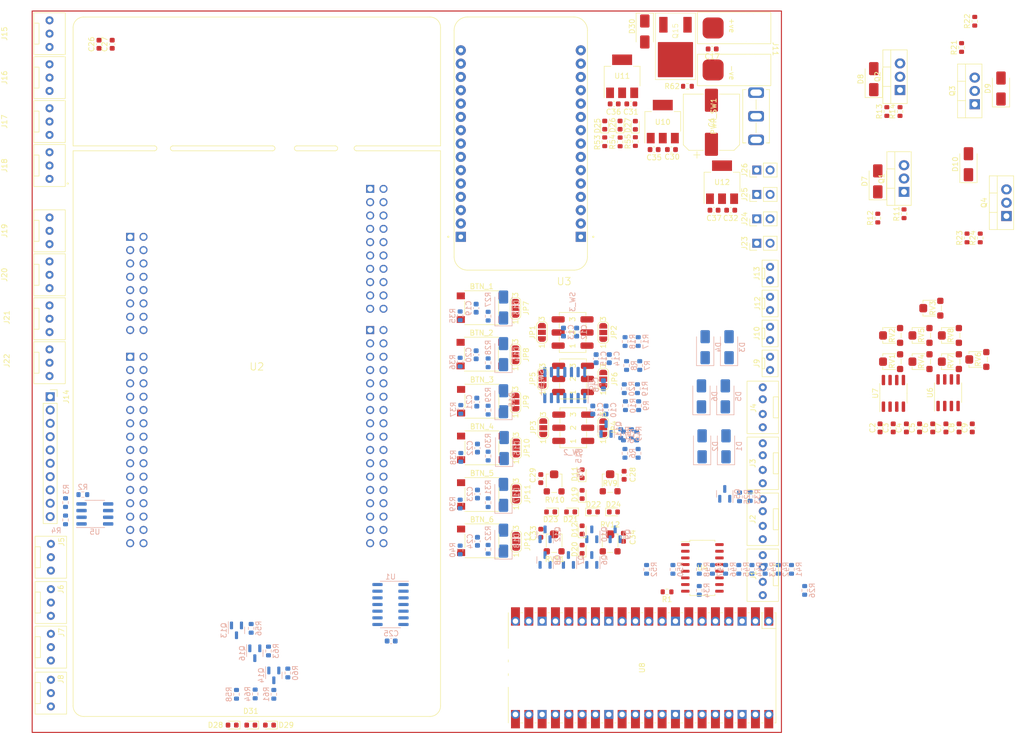
<source format=kicad_pcb>
(kicad_pcb (version 20221018) (generator pcbnew)
  (layers (0 "F.Cu" signal) (31 "B.Cu" signal) (34 "B.Paste" user) (35 "F.Paste" user) (36 "B.SilkS" user "B.Silkscreen") (37 "F.SilkS" user "F.Silkscreen") (38 "B.Mask" user) (39 "F.Mask" user) (44 "Edge.Cuts" user))
  (net 0 "")
  (net 1 "Earth")
  (net 2 "Net-(BTN_1-B)")
  (net 3 "Net-(BTN_2-B)")
  (net 4 "Net-(BTN_3-B)")
  (net 5 "Net-(BTN_4-B)")
  (net 6 "Net-(BTN_5-B)")
  (net 7 "Net-(BTN_6-B)")
  (net 8 "BATT_4_IN")
  (net 9 "BATT_3_IN")
  (net 10 "BATT_2_IN")
  (net 11 "BATT_1_IN")
  (net 12 "+12V")
  (net 13 "SW_2_UP_SB")
  (net 14 "SW_2_DOWN_SB")
  (net 15 "SW_3_UP_SB")
  (net 16 "SW_3_DOWN_SB")
  (net 17 "SW_1_UP_SB")
  (net 18 "SW_1_DOWN_SB")
  (net 19 "12V_INPUT")
  (net 20 "+3V3")
  (net 21 "BTN_1_SB")
  (net 22 "BTN_2_SB")
  (net 23 "BTN_3_SB")
  (net 24 "BTN_4_SB")
  (net 25 "BTN_5_SB")
  (net 26 "BTN_6_SB")
  (net 27 "VESC_IN")
  (net 28 "VIN")
  (net 29 "+5V")
  (net 30 "Net-(D1-A)")
  (net 31 "Net-(D2-A)")
  (net 32 "Net-(D3-A)")
  (net 33 "Net-(D4-A)")
  (net 34 "Net-(D5-A)")
  (net 35 "Net-(D6-A)")
  (net 36 "Net-(D7-A)")
  (net 37 "Net-(D8-A)")
  (net 38 "Net-(D9-A)")
  (net 39 "Net-(D10-A)")
  (net 40 "Net-(D11-K)")
  (net 41 "Net-(D12-K)")
  (net 42 "Net-(D19-K)")
  (net 43 "Net-(D20-K)")
  (net 44 "Net-(D21-K)")
  (net 45 "Net-(D22-K)")
  (net 46 "Net-(D23-K)")
  (net 47 "Net-(D24-K)")
  (net 48 "Net-(D25-K)")
  (net 49 "Net-(D26-K)")
  (net 50 "Net-(D27-K)")
  (net 51 "Net-(D28-K)")
  (net 52 "Net-(D29-K)")
  (net 53 "Net-(D30-K)")
  (net 54 "Net-(D30-A)")
  (net 55 "Net-(D31-K)")
  (net 56 "MOSI_1")
  (net 57 "MISO_1")
  (net 58 "CLK_1")
  (net 59 "MOSI_2")
  (net 60 "MISO_2")
  (net 61 "CLK_2")
  (net 62 "CON_CONNECTION")
  (net 63 "Net-(Q1-B)")
  (net 64 "Net-(Q2-B)")
  (net 65 "Net-(Q3-B)")
  (net 66 "Net-(Q4-B)")
  (net 67 "Net-(Q5-B)")
  (net 68 "Net-(Q5-C)")
  (net 69 "Net-(Q6-B)")
  (net 70 "Net-(Q6-C)")
  (net 71 "Net-(Q7-B)")
  (net 72 "Net-(Q7-C)")
  (net 73 "Net-(Q8-B)")
  (net 74 "Net-(Q8-C)")
  (net 75 "Net-(Q9-B)")
  (net 76 "Net-(Q9-C)")
  (net 77 "Net-(Q10-B)")
  (net 78 "Net-(Q10-C)")
  (net 79 "Net-(Q11-B)")
  (net 80 "Net-(Q11-C)")
  (net 81 "Net-(Q12-B)")
  (net 82 "Net-(Q12-C)")
  (net 83 "Net-(Q13-B)")
  (net 84 "Net-(Q13-C)")
  (net 85 "Net-(Q14-B)")
  (net 86 "Net-(Q14-C)")
  (net 87 "Net-(Q16-B)")
  (net 88 "Net-(Q16-C)")
  (net 89 "PICO_INH")
  (net 90 "Net-(U5A--)")
  (net 91 "SOL_1")
  (net 92 "SOL_2")
  (net 93 "SOL_3")
  (net 94 "SOL_4")
  (net 95 "SENS_1")
  (net 96 "SENS_5")
  (net 97 "SENS_2")
  (net 98 "SENS_6")
  (net 99 "SENS_3")
  (net 100 "SENS_7")
  (net 101 "SENS_4")
  (net 102 "SENS_8")
  (net 103 "DEBUG_1")
  (net 104 "RESET")
  (net 105 "DEBUG_2")
  (net 106 "DEBUG_3")
  (net 107 "BTN_1")
  (net 108 "BTN_2")
  (net 109 "BTN_3")
  (net 110 "BTN_4")
  (net 111 "BTN_5")
  (net 112 "BTN_6")
  (net 113 "LOW_VOLT_3")
  (net 114 "Net-(U6A--)")
  (net 115 "Net-(U6A-+)")
  (net 116 "Net-(U6B-+)")
  (net 117 "Net-(U6B--)")
  (net 118 "LOW_VOLT_4")
  (net 119 "LOW_VOLT_1")
  (net 120 "Net-(U7A--)")
  (net 121 "Net-(U7A-+)")
  (net 122 "Net-(U7B-+)")
  (net 123 "Net-(U7B--)")
  (net 124 "LOW_VOLT_2")
  (net 125 "TRIM_POT_1")
  (net 126 "TRIM_POT_3")
  (net 127 "TRIM_POT_2")
  (net 128 "TRIM_POT_4")
  (net 129 "/Y0")
  (net 130 "/X0")
  (net 131 "/Y1")
  (net 132 "/X1")
  (net 133 "/Y2")
  (net 134 "/X2")
  (net 135 "/Y3")
  (net 136 "/X3")
  (net 137 "RELAY_1")
  (net 138 "RELAY_2")
  (net 139 "RELAY_3")
  (net 140 "RELAY_4")
  (net 141 "VESC_1")
  (net 142 "VESC_2")
  (net 143 "VESC_3")
  (net 144 "VESC_4")
  (net 145 "S500_1")
  (net 146 "S500_2")
  (net 147 "S500_3")
  (net 148 "S500_4")
  (net 150 "PICO_TX")
  (net 151 "/Y4")
  (net 152 "UART_EN_B")
  (net 153 "UART_EN_A")
  (net 154 "PICO_RX")
  (net 155 "CON_INPUT")
  (net 162 "I2C_PICO_SDA")
  (net 163 "I2C_PICO_SCl")
  (net 185 "SW_1_UP")
  (net 186 "SW_1_DOWN")
  (net 187 "SW_2_UP")
  (net 188 "SW_2_DOWN")
  (net 189 "SW_3_UP")
  (net 190 "SW_3_DOWN")
  (net 203 "I2C_ESP_SCl")
  (net 205 "I2C_ESP_SDA")
  (net 218 "VESC_IN_5V")
  (footprint "Jumper:SolderJumper-3_P1.3mm_Open_RoundedPad1.0x1.5mm_NumberLabels" (layer "F.Cu") (at 132.715 84.976 90)
    (fp_text reference "JP8")
    (fp_text value "SolderJumper_3_Open")
  )
  (footprint "Jumper:SolderJumper-3_P1.3mm_Open_RoundedPad1.0x1.5mm_NumberLabels" (layer "F.Cu") (at 149.44 89.615 90)
    (fp_text reference "JP6")
    (fp_text value "JP")
  )
  (footprint "Capacitor_SMD:C_0603_1608Metric" (layer "F.Cu") (at 159.131 45.847)
    (fp_text reference "C35")
    (fp_text value "100nF")
  )
  (footprint "Connector_PinHeader_2.54mm:PinHeader_1x02_P2.54mm_Vertical" (layer "F.Cu") (at 178.689 59.055 90)
    (fp_text reference "J24")
    (fp_text value "LEDS")
  )
  (footprint "Button_Switch_SMD:SW_Push_1P1T_NO_6x6mm_H9.5mm" (layer "F.Cu") (at 126.327 93.83)
    (fp_text reference "BTN_3")
    (fp_text value "SW_SPST")
  )
  (footprint "My_library:Conn_01x03_MOLEX" (layer "F.Cu") (at 43.942 78.105 90)
    (fp_text reference "J21")
    (fp_text value "S500_3")
  )
  (footprint "My_library:Conn_01x03_MOLEX" (layer "F.Cu") (at 43.942 40.513 90)
    (fp_text reference "J17")
    (fp_text value "VESC_3")
  )
  (footprint "Button_Switch_SMD:SW_Push_1P1T_NO_6x6mm_H9.5mm" (layer "F.Cu") (at 126.327 102.72)
    (fp_text reference "BTN_4")
    (fp_text value "SW_SPST")
  )
  (footprint "Diode_SMD:D_SMA" (layer "F.Cu") (at 225.218 34.211 90)
    (fp_text reference "D9")
    (fp_text value "D")
  )
  (footprint "Resistor_SMD:R_0603_1608Metric" (layer "F.Cu") (at 165.481 33.782)
    (fp_text reference "R62")
    (fp_text value "100R")
  )
  (footprint "Button_Switch_SMD:SW_Push_1P1T_NO_6x6mm_H9.5mm" (layer "F.Cu") (at 126.276 75.995)
    (fp_text reference "BTN_1")
    (fp_text value "SW_SPST")
  )
  (footprint "Package_TO_SOT_SMD:SOT-223" (layer "F.Cu") (at 153.035 31.877 90)
    (fp_text reference "U11")
    (fp_text value "ZLDO1117G50TA")
  )
  (footprint "Capacitor_SMD:C_0603_1608Metric" (layer "F.Cu") (at 207.197 98.9175 90)
    (fp_text reference "C4")
    (fp_text value "100nF")
  )
  (footprint "Resistor_SMD:R_0603_1608Metric" (layer "F.Cu") (at 149.719 44.3595 90)
    (fp_text reference "R53")
    (fp_text value "2K2")
  )
  (footprint "Resistor_SMD:R_0603_1608Metric" (layer "F.Cu") (at 155.561 44.32 90)
    (fp_text reference "R55")
    (fp_text value "150R")
  )
  (footprint "Jumper:SolderJumper-3_P1.3mm_Open_RoundedPad1.0x1.5mm_NumberLabels" (layer "F.Cu") (at 132.842 111.519 90)
    (fp_text reference "JP11")
    (fp_text value "SolderJumper_3_Open")
  )
  (footprint "Capacitor_SMD:C_0603_1608Metric" (layer "F.Cu") (at 170.193 26.67 180)
    (fp_text reference "C17")
    (fp_text value "100nF")
  )
  (footprint "Jumper:SolderJumper-3_P1.3mm_Open_RoundedPad1.0x1.5mm_NumberLabels" (layer "F.Cu") (at 132.842 102.756 90)
    (fp_text reference "JP10")
    (fp_text value "SolderJumper_3_Open")
  )
  (footprint "LED_SMD:LED_0603_1608Metric" (layer "F.Cu") (at 151.384 114.935)
    (fp_text reference "D24")
    (fp_text value "RED")
  )
  (footprint "My_library:JS202011SCQN" (layer "F.Cu") (at 143.681 89.575 90)
    (fp_text reference "SW_1")
    (fp_text value "SW")
  )
  (footprint "My_library:Variable_Resistor" (layer "F.Cu") (at 150.749 120.65)
    (fp_text reference "RV12")
    (fp_text value "20K")
  )
  (footprint "LED_SMD:LED_0603_1608Metric" (layer "F.Cu") (at 145.415 111.6075 90)
    (fp_text reference "D19")
    (fp_text value "RED")
  )
  (footprint "Resistor_SMD:R_0603_1608Metric" (layer "F.Cu") (at 217.708 26.386 90)
    (fp_text reference "R21")
    (fp_text value "2K2")
  )
  (footprint "Jumper:SolderJumper-3_P1.3mm_Open_RoundedPad1.0x1.5mm_NumberLabels" (layer "F.Cu") (at 132.715 76.116 90)
    (fp_text reference "JP7")
    (fp_text value "SolderJumper_3_Open")
  )
  (footprint "Jumper:SolderJumper-3_P1.3mm_Open_RoundedPad1.0x1.5mm_NumberLabels" (layer "F.Cu") (at 149.44 80.725 90)
    (fp_text reference "JP2")
    (fp_text value "JP")
  )
  (footprint "My_library:Conn_01x04_MOLEX" (layer "F.Cu") (at 179.832 105.664 -90)
    (fp_text reference "J3")
    (fp_text value "UART_3")
  )
  (footprint "Package_TO_SOT_THT:TO-220-3_Vertical" (layer "F.Cu") (at 206.747 53.911 90)
    (fp_text reference "Q1")
    (fp_text value "TIP120")
  )
  (footprint "Jumper:SolderJumper-3_P1.3mm_Open_RoundedPad1.0x1.5mm_NumberLabels" (layer "F.Cu") (at 132.842 120.536 90)
    (fp_text reference "JP12")
    (fp_text value "SolderJumper_3_Open")
  )
  (footprint "Connector_PinHeader_2.54mm:PinHeader_1x02_P2.54mm_Vertical" (layer "F.Cu") (at 178.689 54.405 90)
    (fp_text reference "J25")
    (fp_text value "LEDS")
  )
  (footprint "Connector_PinHeader_2.54mm:PinHeader_1x02_P2.54mm_Vertical" (layer "F.Cu") (at 178.689 49.755 90)
    (fp_text reference "J26")
    (fp_text value "LEDS")
  )
  (footprint "LED_SMD:LED_0603_1608Metric" (layer "F.Cu") (at 145.415 118.364 90)
    (fp_text reference "D12")
    (fp_text value "RED")
  )
  (footprint "Capacitor_SMD:C_0603_1608Metric" (layer "F.Cu") (at 209.707 98.9175 90)
    (fp_text reference "C5")
    (fp_text value "100nF")
  )
  (footprint "LED_SMD:LED_0603_1608Metric" (layer "F.Cu") (at 78.74 155.575 180)
    (fp_text reference "D28")
    (fp_text value "GREEN")
  )
  (footprint "Diode_SMD:D_SMA" (layer "F.Cu") (at 200.981 32.421 90)
    (fp_text reference "D8")
    (fp_text value "D")
  )
  (footprint "LED_SMD:LED_0603_1608Metric" (layer "F.Cu") (at 145.415 122.047 90)
    (fp_text reference "D20")
    (fp_text value "RED")
  )
  (footprint "LED_SMD:LED_0603_1608Metric" (layer "F.Cu") (at 85.852 155.575 180)
    (fp_text reference "D29")
    (fp_text value "YELLOW")
  )
  (footprint "Diode_SMD:D_SMA" (layer "F.Cu") (at 219.019 48.641 90)
    (fp_text reference "D10")
    (fp_text value "D")
  )
  (footprint "Resistor_SMD:R_0603_1608Metric" (layer "F.Cu") (at 203.471 38.596 90)
    (fp_text reference "R13")
    (fp_text value "2K2")
  )
  (footprint "Capacitor_SMD:C_0603_1608Metric" (layer "F.Cu") (at 154.7 37.145 180)
    (fp_text reference "C31")
    (fp_text value "100nF")
  )
  (footprint "Jumper:SolderJumper-3_P1.3mm_Open_RoundedPad1.0x1.5mm_NumberLabels" (layer "F.Cu") (at 137.883 89.615 90)
    (fp_text reference "JP5")
    (fp_text value "JP")
  )
  (footprint "Capacitor_SMD:C_0603_1608Metric" (layer "F.Cu") (at 153.416 107.95 90)
    (fp_text reference "C28")
    (fp_text value "100nF")
  )
  (footprint "Capacitor_SMD:C_0603_1608Metric" (layer "F.Cu") (at 214.727 98.9175 90)
    (fp_text reference "C7")
    (fp_text value "100nF")
  )
  (footprint "My_library:Conn_01x02_MOLEX" (layer "F.Cu") (at 181.229 75.184 90)
    (fp_text reference "J12")
    (fp_text value "SOL_3")
  )
  (footprint "My_library:Conn_01x02_MOLEX" (layer "F.Cu") (at 181.229 69.469 90)
    (fp_text reference "J13")
    (fp_text value "SOL_4")
  )
  (footprint "Capacitor_SMD:C_0603_1608Metric" (layer "F.Cu") (at 137.541 118.999 90)
    (fp_text reference "C33")
    (fp_text value "100nF")
  )
  (footprint "My_library:STD20NF06L" (layer "F.Cu") (at 163.195 28.702 90)
    (fp_text reference "Q15")
    (fp_text value "IRFR9014PBF")
  )
  (footprint "My_library:Variable_Resistor" (layer "F.Cu") (at 140.081 109.22)
    (fp_text reference "RV10")
    (fp_text value "20K")
  )
  (footprint "Resistor_SMD:R_0603_1608Metric" (layer "F.Cu") (at 205.981 38.596 90)
    (fp_text reference "R14")
    (fp_text value "47K")
  )
  (footprint "Capacitor_SMD:CP_Elec_10x10.5" (layer "F.Cu") (at 170.053 40.64 90)
    (fp_text reference "C1")
    (fp_text value "470uF")
  )
  (footprint "My_library:Pi_Pico" (layer "F.Cu") (at 156.845 144.653 -90)
    (fp_text reference "U8")
    (fp_text value "Pi Pico")
  )
  (footprint "My_library:Variable_Resistor" (layer "F.Cu") (at 209.794 81.283 90)
    (fp_text reference "RV5")
    (fp_text value "20K")
  )
  (footprint "My_library:12AWG_PWR_IN" (layer "F.Cu") (at 174.371 26.67 -90)
    (fp_text reference "J11")
    (fp_text value "PWR_IN")
  )
  (footprint "My_library:Conn_01x03_MOLEX" (layer "F.Cu") (at 44.196 149.479 90)
    (fp_text reference "J8")
    (fp_text value "RELAY_3")
  )
  (footprint "My_library:Variable_Resistor" (layer "F.Cu") (at 209.794 86.283 90)
    (fp_text reference "RV4")
    (fp_text value "20K")
  )
  (footprint "Capacitor_SMD:C_0603_1608Metric" (layer "F.Cu") (at 151.525 37.145)
    (fp_text reference "C36")
    (fp_text value "100nF")
  )
  (footprint "Connector_PinHeader_2.54mm:PinHeader_1x02_P2.54mm_Vertical" (layer "F.Cu") (at 178.689 63.705 90)
    (fp_text reference "J23")
    (fp_text value "LEDS")
  )
  (footprint "My_library:Conn_01x03_MOLEX" (layer "F.Cu") (at 43.942 61.341 90)
    (fp_text reference "J19")
    (fp_text value "S500_1")
  )
  (footprint "Button_Switch_SMD:SW_Push_1P1T_NO_6x6mm_H9.5mm" (layer "F.Cu") (at 126.327 111.61)
    (fp_text reference "BTN_5")
    (fp_text value "SW_SPST")
  )
  (footprint "Capacitor_SMD:C_0603_1608Metric" (layer "F.Cu") (at 202.177 98.9175 90)
    (fp_text reference "C2")
    (fp_text value "100nF")
  )
  (footprint "My_library:JS202011SCQN" (layer "F.Cu") (at 143.725 98.886 90)
    (fp_text reference "SW_2")
    (fp_text value "SW")
  )
  (footprint "Jumper:SolderJumper-3_P1.3mm_Open_RoundedPad1.0x1.5mm_NumberLabels" (layer "F.Cu") (at 132.715 93.993 90)
    (fp_text reference "JP9")
    (fp_text value "SolderJumper_3_Open")
  )
  (footprint "LED_SMD:LED_0603_1608Metric" (layer "F.Cu") (at 82.296 155.575 180)
    (fp_text reference "D31")
    (fp_text value "BLUE")
  )
  (footprint "My_library:Variable_Resistor" (layer "F.Cu") (at 211.859 76.0885 90)
    (fp_text reference "RV3")
    (fp_text value "20K")
  )
  (footprint "Capacitor_SMD:C_0603_1608Metric" (layer "F.Cu") (at 212.217 98.9175 90)
    (fp_text reference "C6")
    (fp_text value "100nF")
  )
  (footprint "My_library:Variable_Resistor" (layer "F.Cu") (at 150.752 109.198)
    (fp_text reference "RV9")
    (fp_text value "20K")
  )
  (footprint "Package_TO_SOT_SMD:SOT-223" (layer "F.Cu") (at 160.782 40.513 90)
    (fp_text reference "U10")
    (fp_text value "ZSR330GTA")
  )
  (footprint "Capacitor_SMD:C_0603_1608Metric" (layer "F.Cu") (at 137.541 108.585 -90)
    (fp_text reference "C29")
    (fp_text value "100nF")
  )
  (footprint "Capacitor_SMD:C_0603_1608Metric" (layer "F.Cu") (at 204.687 98.9175 90)
    (fp_text reference "C3")
    (fp_text value "100nF")
  )
  (footprint "Capacitor_SMD:C_0603_1608Metric" (layer "F.Cu") (at 53.37 25.768 90)
    (fp_text reference "C26")
    (fp_text value "100nF")
  )
  (footprint "Connector_PinSocket_2.54mm:PinSocket_1x10_P2.54mm_Vertical" (layer "F.Cu") (at 44.069 92.964)
    (fp_text reference "J14")
    (fp_text value "Conn_01x10")
  )
  (footprint "Resistor_SMD:R_0603_1608Metric" (layer "F.Cu") (at 218.753 62.698 90)
    (fp_text reference "R23")
    (fp_text value "2K2")
  )
  (footprint "My_library:Conn_01x02_MOLEX" (layer "F.Cu") (at 181.229 80.899 90)
    (fp_text reference "J10")
    (fp_text value "SOL_2")
  )
  (footprint "My_library:JS202011SCQN" (layer "F.Cu") (at 143.598 80.725 90)
    (fp_text reference "SW_3")
    (fp_text value "SW")
  )
  (footprint "Resistor_SMD:R_0603_1608Metric" (layer "F.Cu") (at 221.263 62.698 90)
    (fp_text reference "R24")
    (fp_text value "47K")
  )
  (footprint "Resistor_SMD:R_0603_1608Metric" (layer "F.Cu") (at 206.747 58.086 90)
    (fp_text reference "R11")
    (fp_text value "2K2")
  )
  (footprint "Button_Switch_SMD:SW_Push_1P1T_NO_6x6mm_H9.5mm" (layer "F.Cu") (at 126.327 120.445)
    (fp_text reference "BTN_6")
    (fp_text value "SW_SPST")
  )
  (footprint "Resistor_SMD:R_0603_1608Metric" (layer "F.Cu") (at 201.747 58.911 90)
    (fp_text reference "R12")
    (fp_text value "47K")
  )
  (footprint "My_library:Conn_01x03_MOLEX" (layer "F.Cu") (at 43.942 69.723 90)
    (fp_text reference "J20")
    (fp_text value "S500_2")
  )
  (footprint "My_library:Conn_01x04_MOLEX" (layer "F.Cu") (at 179.832 116.332 -90)
    (fp_text reference "J2")
    (fp_text value "UART_2")
  )
  (footprint "My_library:Variable_Resistor" (layer "F.Cu") (at 204.194 86.283 90)
    (fp_text reference "RV1")
    (fp_text value "20K")
  )
  (footprint "Package_TO_SOT_THT:TO-220-3_Vertical" (layer "F.Cu") (at 205.981 34.501 90)
    (fp_text reference "Q2")
    (fp_text value "TIP120")
  )
  (footprint "My_library:Conn_01x04_MOLEX" (layer "F.Cu") (at 179.832 127 -90)
    (fp_text reference "J1")
    (fp_text value "UART_1")
  )
  (footprint "Capacitor_SMD:C_0603_1608Metric" (layer "F.Cu") (at 153.289 119.761 90)
    (fp_text reference "C34")
    (fp_text value "100nF")
  )
  (footprint "Package_SO:SOP-8_3.76x4.96mm_P1.27mm" (layer "F.Cu") (at 215.138 92.202 90)
    (fp_text reference "U6")
    (fp_text value "LM358DR2G")
  )
  (footprint "Jumper:SolderJumper-3_P1.3mm_Open_RoundedPad1.0x1.5mm_NumberLabels" (layer "F.Cu") (at 138.01 98.886 90)
    (fp_text reference "JP3")
    (fp_text value "JP")
  )
  (footprint "LED_SMD:LED_0603_1608Metric" (layer "F.Cu") (at 139.4205 114.935 180)
    (fp_text reference "D23")
    (fp_text value "RED")
  )
  (footprint "My_library:Variable_Resistor" (layer "F.Cu") (at 204.194 81.283 90)
    (fp_text reference "RV2")
    (fp_text value "20K")
  )
  (footprint "My_library:Conn_01x04_MOLEX" (layer "F.Cu") (at 179.832 94.996 -90)
    (fp_text reference "J4")
    (fp_text value "UART_4")
  )
  (footprint "Package_TO_SOT_THT:TO-220-3_Vertical" (layer "F.Cu") (at 226.263 58.523 90)
    (fp_text reference "Q4")
    (fp_text value "TIP120")
  )
  (footprint "My_library:ESP-8266" (layer "F.Cu") (at 133.731 44.704 180)
    (fp_text reference "U3")
    (fp_text value "ESP8266")
  )
  (footprint "Package_TO_SOT_SMD:SOT-223" (layer "F.Cu") (at 172.071 52.07 90)
    (fp_text reference "U12")
    (fp_text value "BFU590GX")
  )
  (footprint "LED_SMD:LED_0603_1608Metric" (layer "F.Cu") (at 147.574 114.935)
    (fp_text reference "D22")
    (fp_text value "RED")
  )
  (footprint "Capacitor_SMD:C_0603_1608Metric" (layer "F.Cu") (at 162.433 45.847 180)
    (fp_text reference "C30")
    (fp_text value "100nF")
  )
  (footprint "My_library:Variable_Resistor" (layer "F.Cu") (at 140.081 120.65)
    (fp_text reference "RV11")
    (fp_text value "20K")
  )
  (footprint "LED_SMD:LED_0603_1608Metric" (layer "F.Cu") (at 155.561 41.211 90)
    (fp_text reference "D27")
    (fp_text value "RED")
  )
  (footprint "Capacitor_SMD:C_0603_1608Metric" (layer "F.Cu") (at 55.88 25.768 90)
    (fp_text reference "C27")
    (fp_text value "100nF")
  )
  (footprint "Package_TO_SOT_THT:TO-220-3_Vertical" (layer "F.Cu") (at 220.218 37.211 90)
    (fp_text reference "Q3")
    (fp_text value "TIP120")
  )
  (footprint "LED_SMD:LED_0603_1608Metric" (layer "F.Cu") (at 152.64 41.1855 90)
    (fp_text reference "D26")
    (fp_text value "BLUE")
  )
  (footprint "My_library:MODULE_NUCLEO-F429ZI" (layer "F.Cu") (at 83.439 87.254)
    (fp_text reference "U2")
    (fp_text value "NUCLEO144-F429ZI")
  )
  (footprint "Diode_SMD:D_SMA" (layer "F.Cu") (at 201.747 51.911 90)
    (fp_text reference "D7")
    (fp_text value "D")
  )
  (footprint "My_library:Variable_Resistor" (layer "F.Cu") (at 220.622 85.8675 90)
    (fp_text reference "RV6")
    (fp_text value "20K")
  )
  (footprint "My_library:Variable_Resistor" (layer "F.Cu") (at 215.394 86.283 90)
    (fp_text reference "RV7")
    (fp_text value "20K")
  )
  (footprint "My_library:Conn_01x03_MOLEX" (layer "F.Cu") (at 43.942 48.895 90)
    (fp_text reference "J18")
    (fp_text value "VESC_4")
  )
  (footprint "Capacitor_SMD:C_0603_1608Metric" (layer "F.Cu") (at 170.547 57.404)
    (fp_text reference "C37")
    (fp_text value "100nF")
  )
  (footprint "Capacitor_SMD:C_0603_1608Metric" (layer "F.Cu") (at 219.747 98.9175 90)
    (fp_text reference "C9")
    (fp_text value "100nF")
  )
  (footprint "LED_SMD:LED_0603_1608Metric" (layer "F.Cu") (at 145.415 107.6705 90)
    (fp_text reference "D11")
    (fp_text value "RED")
  )
  (footprint "My_library:Conn_01x03_MOLEX" (layer "F.Cu") (at 43.942 86.487 90)
    (fp_text reference "J22")
    (fp_text value "S500_4")
  )
  (footprint "My_library:KNX-1-D1" (layer "F.Cu") (at 178.562 39.497 90)
    (fp_text reference "PWR_SW1")
    (fp_text value "SW_SPDT")
  )
  (footprint "My_library:Conn_01x02_MOLEX" (layer "F.Cu") (at 181.229 86.614 90)
    (fp_text reference "J9")
    (fp_text value "SOL_1")
  )
  (footprint "My_library:Conn_01x03_MOLEX" (layer "F.Cu") (at 43.942 32.131 90)
    (fp_text reference "J16")
    (fp_text value "VESC_2")
  )
  (footprint "Resistor_SMD:R_0603_1608Metric" (layer "F.Cu") (at 161.596 130.175 180)
    (fp_text reference "R1")
    (fp_text value "100K")
  )
  (footprint "LED_SMD:LED_0603_1608Metric" (layer "F.Cu") (at 149.719 41.1845 90)
    (fp_text reference "D25")
    (fp_text value "YELLOW")
  )
  (footprint "Package_SO:SOP-8_3.76x4.96mm_P1.27mm" (layer "F.Cu") (at 204.724 92.329 90)
    (fp_text reference "U7")
    (fp_text value "LM358DR2G")
  )
  (footprint "Button_Switch_SMD:SW_Push_1P1T_NO_6x6mm_H9.5mm" (layer "F.Cu") (at 126.238 84.849)
    (fp_text reference "BTN_2")
    (fp_text value "SW_SPST")
  )
  (footprint "Resistor_SMD:R_0603_1608Metric" (layer "F.Cu") (at 152.654 44.386 90)
    (fp_text reference "R54")
    (fp_text value "1K")
  )
  (footprint "Capacitor_SMD:C_0603_1608Metric" (layer "F.Cu") (at 217.237 98.9175 90)
    (fp_text reference "C8")
    (fp_text value "100nF")
  )
  (footprint "My_library:Conn_01x03_MOLEX" (layer "F.Cu") (at 43.942 23.749 90)
    (fp_text reference "J15")
    (fp_text value "VESC_1")
  )
  (footprint "Jumper:SolderJumper-3_P1.3mm_Open_RoundedPad1.0x1.5mm_NumberLabels" (layer "F.Cu") (at 137.756 80.695 90)
    (fp_text reference "JP1")
    (fp_text value "JP")
  )
  (footprint "Jumper:SolderJumper-3_P1.3mm_Open_RoundedPad1.0x1.5mm_NumberLabels" (layer "F.Cu") (at 149.44 98.886 90)
    (fp_text reference "JP4")
    (fp_text value "JP")
  )
  (footprint "My_library:Variable_Resistor" (layer "F.Cu") (at 215.394 81.283 90)
    (fp_text reference "RV8")
    (fp_text value "20K")
  )
  (footprint "Capacitor_SMD:C_0603_1608Metric" (layer "F.Cu") (at 173.722 57.404 180)
    (fp_text reference "C32")
    (fp_text value "100nF")
  )
  (footprint "LED_SMD:LED_0603_1608Metric" (layer "F.Cu") (at 143.2305 114.935 180)
    (fp_text reference "D21")
    (fp_text value "RED")
  )
  (footprint "My_library:Conn_01x03_MOLEX" (layer "F.Cu") (at 44.196 140.716 90)
    (fp_text reference "J7")
    (fp_text value "RELAY_3")
  )
  (footprint "My_library:Conn_01x03_MOLEX" (layer "F.Cu") (at 44.196 123.571 90)
    (fp_text reference "J5")
    (fp_text value "RELAY_1")
  )
  (footprint "Package_SO:SOIC-16_4.55x10.3mm_P1.27mm" (layer "F.Cu") (at 168.327 125.603)
    (fp_text reference "U4")
    (fp_text value "SN74LV4052")
  )
  (footprint "Resistor_SMD:R_0603_1608Metric" (layer "F.Cu") (at 220.218 21.386 90)
    (fp_text reference "R22")
    (fp_text value "47K")
  )
  (footprint "Diode_SMD:D_SMA" (layer "F.Cu") (at 157.353 23.336 -90)
    (fp_text reference "D30")
    (fp_text value "D")
  )
  (footprint "My_library:Conn_01x03_MOLEX" (layer "F.Cu") (at 44.196 132.207 90)
    (fp_text reference "J6")
    (fp_text value "RELAY_2")
  )
  (footprint "Resistor_SMD:R_0603_1608Metric" (layer "B.Cu") (at 155.799 100.457 90)
    (fp_text reference "R15")
    (fp_text value "47K")
  )
  (footprint "Diode_SMD:D_SMA" (layer "B.Cu") (at 173.408 83.527 90)
    (fp_text reference "D3")
    (fp_text value "D")
  )
  (footprint "Capacitor_SMD:C_0603_1608Metric" (layer "B.Cu") (at 125.476 102.756 -90)
    (fp_text reference "C22")
    (fp_text value "100nF")
  )
  (footprint "Resistor_SMD:R_0603_1608Metric" (layer "B.Cu") (at 85.659 141.448 90)
    (fp_text reference "R63")
    (fp_text value "4K7")
  )
  (footprint "Resistor_SMD:R_0603_1608Metric" (layer "B.Cu") (at 152.776 100.013 90)
    (fp_text reference "R51")
    (fp_text value "150R")
  )
  (footprint "Diode_SMD:D_SMA" (layer "B.Cu") (at 168.858 83.527 90)
    (fp_text reference "D4")
    (fp_text value "D")
  )
  (footprint "Resistor_SMD:R_0603_1608Metric" (layer "B.Cu") (at 167.734 125.8845 90)
    (fp_text reference "R48")
    (fp_text value "150R")
  )
  (footprint "Resistor_SMD:R_0603_1608Metric" (layer "B.Cu") (at 153.88 87.019 90)
    (fp_text reference "R8")
    (fp_text value "47K")
  )
  (footprint "Resistor_SMD:R_0603_1608Metric" (layer "B.Cu") (at 122.174 122.187 -90)
    (fp_text reference "R40")
    (fp_text value "47K")
  )
  (footprint "Capacitor_SMD:C_0603_1608Metric" (layer "B.Cu") (at 109.035 139.543 180)
    (fp_text reference "C25")
    (fp_text value "100nF")
  )
  (footprint "Resistor_SMD:R_0603_1608Metric" (layer "B.Cu") (at 153.596 82.447 90)
    (fp_text reference "R18")
    (fp_text value "47K")
  )
  (footprint "Resistor_SMD:R_0603_1608Metric" (layer "B.Cu") (at 122.301 104.534 -90)
    (fp_text reference "R38")
    (fp_text value "47K")
  )
  (footprint "Resistor_SMD:R_0603_1608Metric" (layer "B.Cu") (at 89.342 145.639 90)
    (fp_text reference "R60")
    (fp_text value "4K7")
  )
  (footprint "Capacitor_SMD:C_0603_1608Metric" (layer "B.Cu") (at 149.479 90.678 -90)
    (fp_text reference "C18")
    (fp_text value "100nF")
  )
  (footprint "Resistor_SMD:R_0603_1608Metric" (layer "B.Cu") (at 79.563 149.703 -90)
    (fp_text reference "R58")
    (fp_text value "1K")
  )
  (footprint "Resistor_SMD:R_0603_1608Metric" (layer "B.Cu") (at 185.304 125.8845 90)
    (fp_text reference "R41")
    (fp_text value "4K7")
  )
  (footprint "Package_TO_SOT_SMD:SOT-23" (layer "B.Cu") (at 149.982 99.124 90)
    (fp_text reference "Q11")
    (fp_text value "S9013")
  )
  (footprint "Diode_SMD:D_SMA" (layer "B.Cu") (at 130.429 75.959 90)
    (fp_text reference "D13")
    (fp_text value "D")
  )
  (footprint "Resistor_SMD:R_0603_1608Metric" (layer "B.Cu") (at 127.508 122.06 90)
    (fp_text reference "R32")
    (fp_text value "47K")
  )
  (footprint "Diode_SMD:D_SMA" (layer "B.Cu") (at 130.429 111.678 90)
    (fp_text reference "D17")
    (fp_text value "D")
  )
  (footprint "Package_TO_SOT_SMD:SOT-23" (layer "B.Cu") (at 86.675 146.0985 -90)
    (fp_text reference "Q14")
    (fp_text value "S9013")
  )
  (footprint "Package_SO:SO-14_3.9x8.65mm_P1.27mm" (layer "B.Cu") (at 142.113 90.743 90)
    (fp_text reference "U9")
    (fp_text value "74HC14")
  )
  (footprint "Resistor_SMD:R_0603_1608Metric" (layer "B.Cu") (at 156.083 103.759 90)
    (fp_text reference "R5")
    (fp_text value "47K")
  )
  (footprint "Diode_SMD:D_SMA" (layer "B.Cu") (at 130.556 102.756 90)
    (fp_text reference "D16")
    (fp_text value "D")
  )
  (footprint "Package_TO_SOT_SMD:SOT-23" (layer "B.Cu") (at 147.254 124.0945 90)
    (fp_text reference "Q6")
    (fp_text value "S9013")
  )
  (footprint "Capacitor_SMD:C_0603_1608Metric" (layer "B.Cu") (at 147.447 95.504 90)
    (fp_text reference "C11")
    (fp_text value "100nF")
  )
  (footprint "Resistor_SMD:R_0603_1608Metric" (layer "B.Cu") (at 50.292 111.633 180)
    (fp_text reference "R2")
    (fp_text value "47K")
  )
  (footprint "Resistor_SMD:R_0603_1608Metric" (layer "B.Cu") (at 46.99 113.157 90)
    (fp_text reference "R3")
    (fp_text value "1K")
  )
  (footprint "Resistor_SMD:R_0603_1608Metric" (layer "B.Cu") (at 46.99 116.459 90)
    (fp_text reference "R4")
    (fp_text value "1K")
  )
  (footprint "Resistor_SMD:R_0603_1608Metric" (layer "B.Cu") (at 127.508 113.17 90)
    (fp_text reference "R31")
    (fp_text value "47K")
  )
  (footprint "Resistor_SMD:R_0603_1608Metric" (layer "B.Cu") (at 187.814 129.8945 90)
    (fp_text reference "R26")
    (fp_text value "4K7")
  )
  (footprint "Package_SO:SOP-8_3.76x4.96mm_P1.27mm" (layer "B.Cu") (at 52.578 115.316)
    (fp_text reference "U5")
    (fp_text value "LM358DR2G")
  )
  (footprint "Resistor_SMD:R_0603_1608Metric" (layer "B.Cu") (at 177.435 111.993 90)
    (fp_text reference "R33")
    (fp_text value "150R")
  )
  (footprint "Capacitor_SMD:C_0603_1608Metric" (layer "B.Cu") (at 125.476 120.536 -90)
    (fp_text reference "C24")
    (fp_text value "100nF")
  )
  (footprint "Diode_SMD:D_SMA" (layer "B.Cu") (at 130.429 84.849 90)
    (fp_text reference "D14")
    (fp_text value "D")
  )
  (footprint "Resistor_SMD:R_0603_1608Metric" (layer "B.Cu") (at 153.573 103.759 90)
    (fp_text reference "R6")
    (fp_text value "47K")
  )
  (footprint "Resistor_SMD:R_0603_1608Metric" (layer "B.Cu") (at 127.508 95.517 90)
    (fp_text reference "R29")
    (fp_text value "47K")
  )
  (footprint "Capacitor_SMD:C_0603_1608Metric" (layer "B.Cu") (at 149.957 95.504 90)
    (fp_text reference "C10")
    (fp_text value "100nF")
  )
  (footprint "Resistor_SMD:R_0603_1608Metric" (layer "B.Cu") (at 156.39 87.019 90)
    (fp_text reference "R7")
    (fp_text value "47K")
  )
  (footprint "Resistor_SMD:R_0603_1608Metric" (layer "B.Cu") (at 156.18 94.679 90)
    (fp_text reference "R9")
    (fp_text value "47K")
  )
  (footprint "Resistor_SMD:R_0603_1608Metric" (layer "B.Cu") (at 154.808 100.013 90)
    (fp_text reference "R49")
    (fp_text value "4K7")
  )
  (footprint "Resistor_SMD:R_0603_1608Metric" (layer "B.Cu") (at 155.956 91.44 90)
    (fp_text reference "R19")
    (fp_text value "47K")
  )
  (footprint "Resistor_SMD:R_0603_1608Metric" (layer "B.Cu") (at 153.289 100.457 90)
    (fp_text reference "R16")
    (fp_text value "47K")
  )
  (footprint "Package_TO_SOT_SMD:SOT-23" (layer "B.Cu") (at 138.354 119.2045 90)
    (fp_text reference "Q12")
    (fp_text value "S9013")
  )
  (footprint "Resistor_SMD:R_0603_1608Metric" (layer "B.Cu") (at 127.508 77.61 90)
    (fp_text reference "R27")
    (fp_text value "47K")
  )
  (footprint "Resistor_SMD:R_0603_1608Metric" (layer "B.Cu") (at 175.264 125.8845 90)
    (fp_text reference "R45")
    (fp_text value "4K7")
  )
  (footprint "Package_TO_SOT_SMD:SOT-23" (layer "B.Cu") (at 147.254 119.2045 90)
    (fp_text reference "Q10")
    (fp_text value "S9013")
  )
  (footprint "Resistor_SMD:R_0603_1608Metric" (layer "B.Cu") (at 82.357 137.13 90)
    (fp_text reference "R56")
    (fp_text value "4K7")
  )
  (footprint "Resistor_SMD:R_0603_1608Metric" (layer "B.Cu") (at 122.301 95.39 -90)
    (fp_text reference "R37")
    (fp_text value "47K")
  )
  (footprint "Resistor_SMD:R_0603_1608Metric" (layer "B.Cu") (at 83.119 149.64 -90)
    (fp_text reference "R64")
    (fp_text value "1K")
  )
  (footprint "Package_TO_SOT_SMD:SOT-23" (layer "B.Cu") (at 142.804 124.0945 90)
    (fp_text reference "Q7")
    (fp_text value "S9013")
  )
  (footprint "Resistor_SMD:R_0603_1608Metric" (layer "B.Cu") (at 170.244 125.8845 90)
    (fp_text reference "R47")
    (fp_text value "150R")
  )
  (footprint "Diode_SMD:D_SMA" (layer "B.Cu") (at 168.275 102.426 90)
    (fp_text reference "D2")
    (fp_text value "D")
  )
  (footprint "Resistor_SMD:R_0603_1608Metric" (layer "B.Cu") (at 86.675 149.703 -90)
    (fp_text reference "R61")
    (fp_text value "2K2")
  )
  (footprint "Capacitor_SMD:C_0603_1608Metric" (layer "B.Cu") (at 125.222 84.976 -90)
    (fp_text reference "C20")
    (fp_text value "100nF")
  )
  (footprint "Diode_SMD:D_SMA" (layer "B.Cu") (at 172.825 102.426 90)
    (fp_text reference "D1")
    (fp_text value "D")
  )
  (footprint "Package_TO_SOT_SMD:SOT-23" (layer "B.Cu") (at 83.053 141.8775 -90)
    (fp_text reference "Q16")
    (fp_text value "S9013")
  )
  (footprint "Resistor_SMD:R_0603_1608Metric" (layer "B.Cu") (at 122.174 113.424 -90)
    (fp_text reference "R39")
    (fp_text value "47K")
  )
  (footprint "Capacitor_SMD:C_0603_1608Metric" (layer "B.Cu") (at 125.476 111.519 -90)
    (fp_text reference "C23")
    (fp_text value "100nF")
  )
  (footprint "Capacitor_SMD:C_0603_1608Metric" (layer "B.Cu") (at 148.082 85.712 90)
    (fp_text reference "C15")
    (fp_text value "100nF")
  )
  (footprint "Diode_SMD:D_SMA" (layer "B.Cu") (at 130.429 120.409 90)
    (fp_text reference "D18")
    (fp_text value "D")
  )
  (footprint "Resistor_SMD:R_0603_1608Metric" (layer "B.Cu") (at 122.174 86.373 -90)
    (fp_text reference "R36")
    (fp_text value "47K")
  )
  (footprint "Diode_SMD:D_SMA" (layer "B.Cu") (at 172.698 92.901 90)
    (fp_text reference "D5")
    (fp_text value "D")
  )
  (footprint "Package_TO_SOT_SMD:SOT-23" (layer "B.Cu") (at 151.704 119.2045 90)
    (fp_text reference "Q9")
    (fp_text value "S9013")
  )
  (footprint "Resistor_SMD:R_0603_1608Metric" (layer "B.Cu") (at 156.106 82.447 90)
    (fp_text reference "R17")
    (fp_text value "47K")
  )
  (footprint "Resistor_SMD:R_0603_1608Metric" (layer "B.Cu") (at 172.754 125.8845 90)
    (fp_text reference "R46")
    (fp_text value "4K7")
  )
  (footprint "Resistor_SMD:R_0603_1608Metric" (layer "B.Cu") (at 175.403 112.056 90)
    (fp_text reference "R25")
    (fp_text value "4K7")
  )
  (footprint "Resistor_SMD:R_0603_1608Metric" (layer "B.Cu") (at 167.734 129.8945 90)
    (fp_text reference "R34")
    (fp_text value "150R")
  )
  (footprint "Package_TO_SOT_SMD:SOT-23" (layer "B.Cu") (at 138.354 124.0945 90)
    (fp_text reference "Q8")
    (fp_text value "S9013")
  )
  (footprint "Resistor_SMD:R_0603_1608Metric" (layer "B.Cu") (at 153.67 94.679 90)
    (fp_text reference "R10")
    (fp_text value "47K")
  )
  (footprint "Capacitor_SMD:C_0603_1608Metric" (layer "B.Cu") (at 125.349 93.993 -90)
    (fp_text reference "C21")
    (fp_text value "100nF")
  )
  (footprint "Resistor_SMD:R_0603_1608Metric" (layer "B.Cu") (at 127.508 86.5 90)
    (fp_text reference "R28")
    (fp_text value "47K")
  )
  (footprint "Resistor_SMD:R_0603_1608Metric" (layer "B.Cu") (at 153.446 91.44 90)
    (fp_text reference "R20")
    (fp_text value "47K")
  )
  (footprint "Capacitor_SMD:C_0603_1608Metric" (layer "B.Cu") (at 125.222 76.086 -90)
    (fp_text reference "C19")
    (fp_text value "100nF")
  )
  (footprint "Diode_SMD:D_SMA" (layer "B.Cu") (at 168.148 92.901 90)
    (fp_text reference "D6")
    (fp_text value "D")
  )
  (footprint "Diode_SMD:D_SMA" (layer "B.Cu") (at 130.429 93.834 90)
    (fp_text reference "D15")
    (fp_text value "D")
  )
  (footprint "Package_TO_SOT_SMD:SOT-23" (layer "B.Cu") (at 79.563 137.511 -90)
    (fp_text reference "Q13")
    (fp_text value "S9013")
  )
  (footprint "Capacitor_SMD:C_0603_1608Metric" (layer "B.Cu") (at 144.369 80.645 90)
    (fp_text reference "C12")
    (fp_text value "100nF")
  )
  (footprint "Resistor_SMD:R_0603_1608Metric" (layer "B.Cu") (at 122.174 77.546 -90)
    (fp_text reference "R35")
    (fp_text value "47K")
  )
  (footprint "Resistor_SMD:R_0603_1608Metric" (layer "B.Cu") (at 180.284 125.8845 90)
    (fp_text reference "R43")
    (fp_text value "150R")
  )
  (footprint "Package_SO:SO-14_3.9x8.65mm_P1.27mm" (layer "B.Cu") (at 108.901 132.588 180)
    (fp_text reference "U1")
    (fp_text value "74HC14")
  )
  (footprint "Resistor_SMD:R_0603_1608Metric" (layer "B.Cu") (at 157.694 125.8845 90)
    (fp_text reference "R52")
    (fp_text value "150R")
  )
  (footprint "Resistor_SMD:R_0603_1608Metric" (layer "B.Cu") (at 177.774 125.8845 90)
    (fp_text reference "R44")
    (fp_text value "150R")
  )
  (footprint "Capacitor_SMD:C_0603_1608Metric" (layer "B.Cu") (at 141.859 80.645 90)
    (fp_text reference "C13")
    (fp_text value "100nF")
  )
  (footprint "Resistor_SMD:R_0603_1608Metric" (layer "B.Cu") (at 127.508 104.28 90)
    (fp_text reference "R30")
    (fp_text value "47K")
  )
  (footprint "Capacitor_SMD:C_0603_1608Metric" (layer "B.Cu") (at 150.592 85.712 90)
    (fp_text reference "C14")
    (fp_text value "100nF")
  )
  (footprint "Resistor_SMD:R_0603_1608Metric" (layer "B.Cu") (at 162.714 125.8845 90)
    (fp_text reference "R50")
    (fp_text value "4K7")
  )
  (footprint "Resistor_SMD:R_0603_1608Metric" (layer "B.Cu") (at 182.794 125.8845 90)
    (fp_text reference "R42")
    (fp_text value "4K7")
  )
  (footprint "Package_TO_SOT_SMD:SOT-23" (layer "B.Cu") (at 172.588 111.4915 90)
    (fp_text reference "Q5")
    (fp_text value "S9013")
  )
  (gr_rect (start 40.64 19.431) (end 183.388 156.972) (stroke (width 0.2)) (fill none) (layer "F.Cu"))
)
</source>
